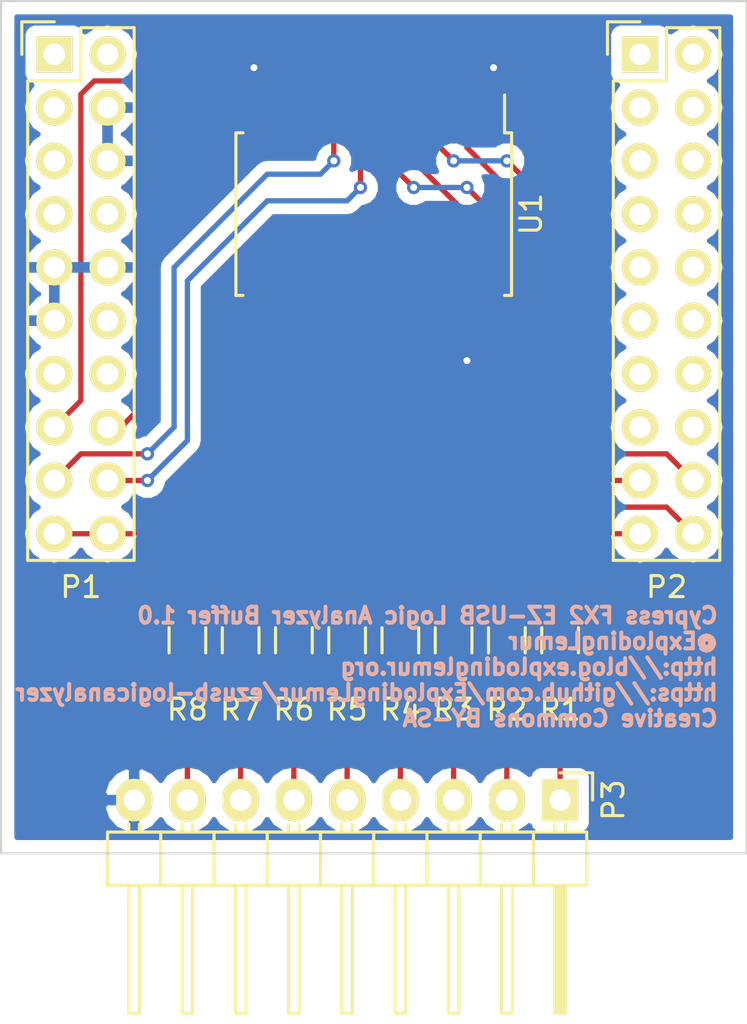
<source format=kicad_pcb>
(kicad_pcb (version 4) (host pcbnew "(2014-08-05 BZR 5054)-product")

  (general
    (links 34)
    (no_connects 0)
    (area 132.048467 85.9418 170.230001 136.608201)
    (thickness 1.6)
    (drawings 5)
    (tracks 111)
    (zones 0)
    (modules 12)
    (nets 52)
  )

  (page A4)
  (layers
    (0 F.Cu signal)
    (31 B.Cu signal)
    (36 B.SilkS user)
    (37 F.SilkS user)
    (38 B.Mask user)
    (39 F.Mask user)
    (44 Edge.Cuts user)
    (45 Margin user)
  )

  (setup
    (last_trace_width 0.254)
    (user_trace_width 0.254)
    (user_trace_width 0.3048)
    (user_trace_width 0.3556)
    (user_trace_width 0.4064)
    (user_trace_width 0.4572)
    (user_trace_width 0.508)
    (user_trace_width 0.635)
    (user_trace_width 0.762)
    (user_trace_width 0.889)
    (user_trace_width 1.016)
    (trace_clearance 0.2032)
    (zone_clearance 0.508)
    (zone_45_only no)
    (trace_min 0.254)
    (segment_width 0.2)
    (edge_width 0.1)
    (via_size 0.635)
    (via_drill 0.3302)
    (via_min_size 0.635)
    (via_min_drill 0.3302)
    (user_via 0.635 0.3302)
    (user_via 0.762 0.4572)
    (uvia_size 0.508)
    (uvia_drill 0.127)
    (uvias_allowed no)
    (uvia_min_size 0.508)
    (uvia_min_drill 0.127)
    (pcb_text_width 0.3)
    (pcb_text_size 1.5 1.5)
    (mod_edge_width 0.15)
    (mod_text_size 1 1)
    (mod_text_width 0.15)
    (pad_size 1.5 1.5)
    (pad_drill 0.6)
    (pad_to_mask_clearance 0)
    (aux_axis_origin 134.62 128.27)
    (visible_elements FFFFFF7F)
    (pcbplotparams
      (layerselection 0x010f0_80000001)
      (usegerberextensions true)
      (excludeedgelayer true)
      (linewidth 0.100000)
      (plotframeref false)
      (viasonmask false)
      (mode 1)
      (useauxorigin false)
      (hpglpennumber 1)
      (hpglpenspeed 20)
      (hpglpendiameter 15)
      (hpglpenoverlay 2)
      (psnegative false)
      (psa4output false)
      (plotreference true)
      (plotvalue true)
      (plotinvisibletext false)
      (padsonsilk false)
      (subtractmaskfromsilk false)
      (outputformat 1)
      (mirror false)
      (drillshape 0)
      (scaleselection 1)
      (outputdirectory gerb/))
  )

  (net 0 "")
  (net 1 "Net-(P1-Pad1)")
  (net 2 "Net-(P1-Pad2)")
  (net 3 "Net-(P1-Pad3)")
  (net 4 GND)
  (net 5 "Net-(P1-Pad5)")
  (net 6 "Net-(P1-Pad7)")
  (net 7 "Net-(P1-Pad8)")
  (net 8 "Net-(P1-Pad12)")
  (net 9 "Net-(P1-Pad13)")
  (net 10 "Net-(P1-Pad14)")
  (net 11 /PB0)
  (net 12 /PB1)
  (net 13 /PB2)
  (net 14 /PB3)
  (net 15 VCC)
  (net 16 "Net-(P2-Pad1)")
  (net 17 "Net-(P2-Pad2)")
  (net 18 "Net-(P2-Pad3)")
  (net 19 "Net-(P2-Pad4)")
  (net 20 "Net-(P2-Pad5)")
  (net 21 "Net-(P2-Pad6)")
  (net 22 "Net-(P2-Pad7)")
  (net 23 "Net-(P2-Pad8)")
  (net 24 "Net-(P2-Pad9)")
  (net 25 "Net-(P2-Pad10)")
  (net 26 "Net-(P2-Pad11)")
  (net 27 "Net-(P2-Pad12)")
  (net 28 "Net-(P2-Pad13)")
  (net 29 "Net-(P2-Pad14)")
  (net 30 "Net-(P2-Pad15)")
  (net 31 "Net-(P2-Pad16)")
  (net 32 /PB7)
  (net 33 /PB6)
  (net 34 /PB5)
  (net 35 /PB4)
  (net 36 "Net-(P3-Pad1)")
  (net 37 "Net-(P3-Pad2)")
  (net 38 "Net-(P3-Pad3)")
  (net 39 "Net-(P3-Pad4)")
  (net 40 "Net-(P3-Pad5)")
  (net 41 "Net-(P3-Pad6)")
  (net 42 "Net-(P3-Pad7)")
  (net 43 "Net-(P3-Pad8)")
  (net 44 "Net-(R1-Pad1)")
  (net 45 "Net-(R2-Pad1)")
  (net 46 "Net-(R3-Pad1)")
  (net 47 "Net-(R4-Pad1)")
  (net 48 "Net-(R5-Pad1)")
  (net 49 "Net-(R6-Pad1)")
  (net 50 "Net-(R7-Pad1)")
  (net 51 "Net-(R8-Pad1)")

  (net_class Default "This is the default net class."
    (clearance 0.2032)
    (trace_width 0.254)
    (via_dia 0.635)
    (via_drill 0.3302)
    (uvia_dia 0.508)
    (uvia_drill 0.127)
    (add_net /PB0)
    (add_net /PB1)
    (add_net /PB2)
    (add_net /PB3)
    (add_net /PB4)
    (add_net /PB5)
    (add_net /PB6)
    (add_net /PB7)
    (add_net GND)
    (add_net "Net-(P1-Pad1)")
    (add_net "Net-(P1-Pad12)")
    (add_net "Net-(P1-Pad13)")
    (add_net "Net-(P1-Pad14)")
    (add_net "Net-(P1-Pad2)")
    (add_net "Net-(P1-Pad3)")
    (add_net "Net-(P1-Pad5)")
    (add_net "Net-(P1-Pad7)")
    (add_net "Net-(P1-Pad8)")
    (add_net "Net-(P2-Pad1)")
    (add_net "Net-(P2-Pad10)")
    (add_net "Net-(P2-Pad11)")
    (add_net "Net-(P2-Pad12)")
    (add_net "Net-(P2-Pad13)")
    (add_net "Net-(P2-Pad14)")
    (add_net "Net-(P2-Pad15)")
    (add_net "Net-(P2-Pad16)")
    (add_net "Net-(P2-Pad2)")
    (add_net "Net-(P2-Pad3)")
    (add_net "Net-(P2-Pad4)")
    (add_net "Net-(P2-Pad5)")
    (add_net "Net-(P2-Pad6)")
    (add_net "Net-(P2-Pad7)")
    (add_net "Net-(P2-Pad8)")
    (add_net "Net-(P2-Pad9)")
    (add_net "Net-(P3-Pad1)")
    (add_net "Net-(P3-Pad2)")
    (add_net "Net-(P3-Pad3)")
    (add_net "Net-(P3-Pad4)")
    (add_net "Net-(P3-Pad5)")
    (add_net "Net-(P3-Pad6)")
    (add_net "Net-(P3-Pad7)")
    (add_net "Net-(P3-Pad8)")
    (add_net "Net-(R1-Pad1)")
    (add_net "Net-(R2-Pad1)")
    (add_net "Net-(R3-Pad1)")
    (add_net "Net-(R4-Pad1)")
    (add_net "Net-(R5-Pad1)")
    (add_net "Net-(R6-Pad1)")
    (add_net "Net-(R7-Pad1)")
    (add_net "Net-(R8-Pad1)")
    (add_net VCC)
  )

  (module Pin_Headers:Pin_Header_Straight_2x10 (layer F.Cu) (tedit 55725994) (tstamp 553464AD)
    (at 137.16 90.17)
    (descr "Through hole pin header")
    (tags "pin header")
    (path /551F8B16)
    (fp_text reference P1 (at 1.27 25.4) (layer F.SilkS)
      (effects (font (size 1 1) (thickness 0.15)))
    )
    (fp_text value CONN_02X10 (at 0 -3.1) (layer F.Fab) hide
      (effects (font (size 1 1) (thickness 0.15)))
    )
    (fp_line (start -1.75 -1.75) (end -1.75 24.65) (layer F.CrtYd) (width 0.05))
    (fp_line (start 4.3 -1.75) (end 4.3 24.65) (layer F.CrtYd) (width 0.05))
    (fp_line (start -1.75 -1.75) (end 4.3 -1.75) (layer F.CrtYd) (width 0.05))
    (fp_line (start -1.75 24.65) (end 4.3 24.65) (layer F.CrtYd) (width 0.05))
    (fp_line (start 3.81 24.13) (end 3.81 -1.27) (layer F.SilkS) (width 0.15))
    (fp_line (start -1.27 1.27) (end -1.27 24.13) (layer F.SilkS) (width 0.15))
    (fp_line (start 3.81 24.13) (end -1.27 24.13) (layer F.SilkS) (width 0.15))
    (fp_line (start 3.81 -1.27) (end 1.27 -1.27) (layer F.SilkS) (width 0.15))
    (fp_line (start 0 -1.55) (end -1.55 -1.55) (layer F.SilkS) (width 0.15))
    (fp_line (start 1.27 -1.27) (end 1.27 1.27) (layer F.SilkS) (width 0.15))
    (fp_line (start 1.27 1.27) (end -1.27 1.27) (layer F.SilkS) (width 0.15))
    (fp_line (start -1.55 -1.55) (end -1.55 0) (layer F.SilkS) (width 0.15))
    (pad 1 thru_hole rect (at 0 0) (size 1.7272 1.7272) (drill 1.016) (layers *.Cu *.Mask F.SilkS)
      (net 1 "Net-(P1-Pad1)"))
    (pad 2 thru_hole oval (at 2.54 0) (size 1.7272 1.7272) (drill 1.016) (layers *.Cu *.Mask F.SilkS)
      (net 2 "Net-(P1-Pad2)"))
    (pad 3 thru_hole oval (at 0 2.54) (size 1.7272 1.7272) (drill 1.016) (layers *.Cu *.Mask F.SilkS)
      (net 3 "Net-(P1-Pad3)"))
    (pad 4 thru_hole oval (at 2.54 2.54) (size 1.7272 1.7272) (drill 1.016) (layers *.Cu *.Mask F.SilkS)
      (net 4 GND))
    (pad 5 thru_hole oval (at 0 5.08) (size 1.7272 1.7272) (drill 1.016) (layers *.Cu *.Mask F.SilkS)
      (net 5 "Net-(P1-Pad5)"))
    (pad 6 thru_hole oval (at 2.54 5.08) (size 1.7272 1.7272) (drill 1.016) (layers *.Cu *.Mask F.SilkS)
      (net 4 GND))
    (pad 7 thru_hole oval (at 0 7.62) (size 1.7272 1.7272) (drill 1.016) (layers *.Cu *.Mask F.SilkS)
      (net 6 "Net-(P1-Pad7)"))
    (pad 8 thru_hole oval (at 2.54 7.62) (size 1.7272 1.7272) (drill 1.016) (layers *.Cu *.Mask F.SilkS)
      (net 7 "Net-(P1-Pad8)"))
    (pad 9 thru_hole oval (at 0 10.16) (size 1.7272 1.7272) (drill 1.016) (layers *.Cu *.Mask F.SilkS)
      (net 4 GND))
    (pad 10 thru_hole oval (at 2.54 10.16) (size 1.7272 1.7272) (drill 1.016) (layers *.Cu *.Mask F.SilkS)
      (net 4 GND))
    (pad 11 thru_hole oval (at 0 12.7) (size 1.7272 1.7272) (drill 1.016) (layers *.Cu *.Mask F.SilkS)
      (net 4 GND))
    (pad 12 thru_hole oval (at 2.54 12.7) (size 1.7272 1.7272) (drill 1.016) (layers *.Cu *.Mask F.SilkS)
      (net 8 "Net-(P1-Pad12)"))
    (pad 13 thru_hole oval (at 0 15.24) (size 1.7272 1.7272) (drill 1.016) (layers *.Cu *.Mask F.SilkS)
      (net 9 "Net-(P1-Pad13)"))
    (pad 14 thru_hole oval (at 2.54 15.24) (size 1.7272 1.7272) (drill 1.016) (layers *.Cu *.Mask F.SilkS)
      (net 10 "Net-(P1-Pad14)"))
    (pad 15 thru_hole oval (at 0 17.78) (size 1.7272 1.7272) (drill 1.016) (layers *.Cu *.Mask F.SilkS)
      (net 11 /PB0))
    (pad 16 thru_hole oval (at 2.54 17.78) (size 1.7272 1.7272) (drill 1.016) (layers *.Cu *.Mask F.SilkS)
      (net 12 /PB1))
    (pad 17 thru_hole oval (at 0 20.32) (size 1.7272 1.7272) (drill 1.016) (layers *.Cu *.Mask F.SilkS)
      (net 13 /PB2))
    (pad 18 thru_hole oval (at 2.54 20.32) (size 1.7272 1.7272) (drill 1.016) (layers *.Cu *.Mask F.SilkS)
      (net 14 /PB3))
    (pad 19 thru_hole oval (at 0 22.86) (size 1.7272 1.7272) (drill 1.016) (layers *.Cu *.Mask F.SilkS)
      (net 15 VCC))
    (pad 20 thru_hole oval (at 2.54 22.86) (size 1.7272 1.7272) (drill 1.016) (layers *.Cu *.Mask F.SilkS)
      (net 15 VCC))
    (model Pin_Headers.3dshapes/Pin_Header_Straight_2x10.wrl
      (at (xyz 0.05000000074505806 -0.449999988079071 0))
      (scale (xyz 1 1 1))
      (rotate (xyz 0 0 90))
    )
  )

  (module Pin_Headers:Pin_Header_Straight_2x10 (layer F.Cu) (tedit 55725988) (tstamp 553464D1)
    (at 165.1 90.17)
    (descr "Through hole pin header")
    (tags "pin header")
    (path /551F8BDD)
    (fp_text reference P2 (at 1.27 25.4) (layer F.SilkS)
      (effects (font (size 1 1) (thickness 0.15)))
    )
    (fp_text value CONN_02X10 (at 0 -3.1) (layer F.Fab) hide
      (effects (font (size 1 1) (thickness 0.15)))
    )
    (fp_line (start -1.75 -1.75) (end -1.75 24.65) (layer F.CrtYd) (width 0.05))
    (fp_line (start 4.3 -1.75) (end 4.3 24.65) (layer F.CrtYd) (width 0.05))
    (fp_line (start -1.75 -1.75) (end 4.3 -1.75) (layer F.CrtYd) (width 0.05))
    (fp_line (start -1.75 24.65) (end 4.3 24.65) (layer F.CrtYd) (width 0.05))
    (fp_line (start 3.81 24.13) (end 3.81 -1.27) (layer F.SilkS) (width 0.15))
    (fp_line (start -1.27 1.27) (end -1.27 24.13) (layer F.SilkS) (width 0.15))
    (fp_line (start 3.81 24.13) (end -1.27 24.13) (layer F.SilkS) (width 0.15))
    (fp_line (start 3.81 -1.27) (end 1.27 -1.27) (layer F.SilkS) (width 0.15))
    (fp_line (start 0 -1.55) (end -1.55 -1.55) (layer F.SilkS) (width 0.15))
    (fp_line (start 1.27 -1.27) (end 1.27 1.27) (layer F.SilkS) (width 0.15))
    (fp_line (start 1.27 1.27) (end -1.27 1.27) (layer F.SilkS) (width 0.15))
    (fp_line (start -1.55 -1.55) (end -1.55 0) (layer F.SilkS) (width 0.15))
    (pad 1 thru_hole rect (at 0 0) (size 1.7272 1.7272) (drill 1.016) (layers *.Cu *.Mask F.SilkS)
      (net 16 "Net-(P2-Pad1)"))
    (pad 2 thru_hole oval (at 2.54 0) (size 1.7272 1.7272) (drill 1.016) (layers *.Cu *.Mask F.SilkS)
      (net 17 "Net-(P2-Pad2)"))
    (pad 3 thru_hole oval (at 0 2.54) (size 1.7272 1.7272) (drill 1.016) (layers *.Cu *.Mask F.SilkS)
      (net 18 "Net-(P2-Pad3)"))
    (pad 4 thru_hole oval (at 2.54 2.54) (size 1.7272 1.7272) (drill 1.016) (layers *.Cu *.Mask F.SilkS)
      (net 19 "Net-(P2-Pad4)"))
    (pad 5 thru_hole oval (at 0 5.08) (size 1.7272 1.7272) (drill 1.016) (layers *.Cu *.Mask F.SilkS)
      (net 20 "Net-(P2-Pad5)"))
    (pad 6 thru_hole oval (at 2.54 5.08) (size 1.7272 1.7272) (drill 1.016) (layers *.Cu *.Mask F.SilkS)
      (net 21 "Net-(P2-Pad6)"))
    (pad 7 thru_hole oval (at 0 7.62) (size 1.7272 1.7272) (drill 1.016) (layers *.Cu *.Mask F.SilkS)
      (net 22 "Net-(P2-Pad7)"))
    (pad 8 thru_hole oval (at 2.54 7.62) (size 1.7272 1.7272) (drill 1.016) (layers *.Cu *.Mask F.SilkS)
      (net 23 "Net-(P2-Pad8)"))
    (pad 9 thru_hole oval (at 0 10.16) (size 1.7272 1.7272) (drill 1.016) (layers *.Cu *.Mask F.SilkS)
      (net 24 "Net-(P2-Pad9)"))
    (pad 10 thru_hole oval (at 2.54 10.16) (size 1.7272 1.7272) (drill 1.016) (layers *.Cu *.Mask F.SilkS)
      (net 25 "Net-(P2-Pad10)"))
    (pad 11 thru_hole oval (at 0 12.7) (size 1.7272 1.7272) (drill 1.016) (layers *.Cu *.Mask F.SilkS)
      (net 26 "Net-(P2-Pad11)"))
    (pad 12 thru_hole oval (at 2.54 12.7) (size 1.7272 1.7272) (drill 1.016) (layers *.Cu *.Mask F.SilkS)
      (net 27 "Net-(P2-Pad12)"))
    (pad 13 thru_hole oval (at 0 15.24) (size 1.7272 1.7272) (drill 1.016) (layers *.Cu *.Mask F.SilkS)
      (net 28 "Net-(P2-Pad13)"))
    (pad 14 thru_hole oval (at 2.54 15.24) (size 1.7272 1.7272) (drill 1.016) (layers *.Cu *.Mask F.SilkS)
      (net 29 "Net-(P2-Pad14)"))
    (pad 15 thru_hole oval (at 0 17.78) (size 1.7272 1.7272) (drill 1.016) (layers *.Cu *.Mask F.SilkS)
      (net 30 "Net-(P2-Pad15)"))
    (pad 16 thru_hole oval (at 2.54 17.78) (size 1.7272 1.7272) (drill 1.016) (layers *.Cu *.Mask F.SilkS)
      (net 31 "Net-(P2-Pad16)"))
    (pad 17 thru_hole oval (at 0 20.32) (size 1.7272 1.7272) (drill 1.016) (layers *.Cu *.Mask F.SilkS)
      (net 32 /PB7))
    (pad 18 thru_hole oval (at 2.54 20.32) (size 1.7272 1.7272) (drill 1.016) (layers *.Cu *.Mask F.SilkS)
      (net 33 /PB6))
    (pad 19 thru_hole oval (at 0 22.86) (size 1.7272 1.7272) (drill 1.016) (layers *.Cu *.Mask F.SilkS)
      (net 34 /PB5))
    (pad 20 thru_hole oval (at 2.54 22.86) (size 1.7272 1.7272) (drill 1.016) (layers *.Cu *.Mask F.SilkS)
      (net 35 /PB4))
    (model Pin_Headers.3dshapes/Pin_Header_Straight_2x10.wrl
      (at (xyz 0.05000000074505806 -0.449999988079071 0))
      (scale (xyz 1 1 1))
      (rotate (xyz 0 0 90))
    )
  )

  (module Pin_Headers:Pin_Header_Angled_1x09 (layer F.Cu) (tedit 55725978) (tstamp 5534653A)
    (at 161.29 125.73 270)
    (descr "Through hole pin header")
    (tags "pin header")
    (path /5520DF92)
    (fp_text reference P3 (at 0 -2.54 270) (layer F.SilkS)
      (effects (font (size 1 1) (thickness 0.15)))
    )
    (fp_text value CONN_01X09 (at 0 -3.1 270) (layer F.Fab) hide
      (effects (font (size 1 1) (thickness 0.15)))
    )
    (fp_line (start -1.5 -1.75) (end -1.5 22.1) (layer F.CrtYd) (width 0.05))
    (fp_line (start 10.65 -1.75) (end 10.65 22.1) (layer F.CrtYd) (width 0.05))
    (fp_line (start -1.5 -1.75) (end 10.65 -1.75) (layer F.CrtYd) (width 0.05))
    (fp_line (start -1.5 22.1) (end 10.65 22.1) (layer F.CrtYd) (width 0.05))
    (fp_line (start -1.3 -1.55) (end -1.3 0) (layer F.SilkS) (width 0.15))
    (fp_line (start 0 -1.55) (end -1.3 -1.55) (layer F.SilkS) (width 0.15))
    (fp_line (start 4.191 -0.127) (end 10.033 -0.127) (layer F.SilkS) (width 0.15))
    (fp_line (start 10.033 -0.127) (end 10.033 0.127) (layer F.SilkS) (width 0.15))
    (fp_line (start 10.033 0.127) (end 4.191 0.127) (layer F.SilkS) (width 0.15))
    (fp_line (start 4.191 0.127) (end 4.191 0) (layer F.SilkS) (width 0.15))
    (fp_line (start 4.191 0) (end 10.033 0) (layer F.SilkS) (width 0.15))
    (fp_line (start 1.524 20.066) (end 1.143 20.066) (layer F.SilkS) (width 0.15))
    (fp_line (start 1.524 20.574) (end 1.143 20.574) (layer F.SilkS) (width 0.15))
    (fp_line (start 1.524 -0.254) (end 1.143 -0.254) (layer F.SilkS) (width 0.15))
    (fp_line (start 1.524 0.254) (end 1.143 0.254) (layer F.SilkS) (width 0.15))
    (fp_line (start 1.524 2.286) (end 1.143 2.286) (layer F.SilkS) (width 0.15))
    (fp_line (start 1.524 2.794) (end 1.143 2.794) (layer F.SilkS) (width 0.15))
    (fp_line (start 1.524 4.826) (end 1.143 4.826) (layer F.SilkS) (width 0.15))
    (fp_line (start 1.524 5.334) (end 1.143 5.334) (layer F.SilkS) (width 0.15))
    (fp_line (start 1.524 7.366) (end 1.143 7.366) (layer F.SilkS) (width 0.15))
    (fp_line (start 1.524 7.874) (end 1.143 7.874) (layer F.SilkS) (width 0.15))
    (fp_line (start 1.524 18.034) (end 1.143 18.034) (layer F.SilkS) (width 0.15))
    (fp_line (start 1.524 17.526) (end 1.143 17.526) (layer F.SilkS) (width 0.15))
    (fp_line (start 1.524 15.494) (end 1.143 15.494) (layer F.SilkS) (width 0.15))
    (fp_line (start 1.524 14.986) (end 1.143 14.986) (layer F.SilkS) (width 0.15))
    (fp_line (start 1.524 12.954) (end 1.143 12.954) (layer F.SilkS) (width 0.15))
    (fp_line (start 1.524 12.446) (end 1.143 12.446) (layer F.SilkS) (width 0.15))
    (fp_line (start 1.524 10.414) (end 1.143 10.414) (layer F.SilkS) (width 0.15))
    (fp_line (start 1.524 9.906) (end 1.143 9.906) (layer F.SilkS) (width 0.15))
    (fp_line (start 1.524 16.51) (end 4.064 16.51) (layer F.SilkS) (width 0.15))
    (fp_line (start 1.524 16.51) (end 1.524 19.05) (layer F.SilkS) (width 0.15))
    (fp_line (start 1.524 19.05) (end 4.064 19.05) (layer F.SilkS) (width 0.15))
    (fp_line (start 4.064 17.526) (end 10.16 17.526) (layer F.SilkS) (width 0.15))
    (fp_line (start 10.16 17.526) (end 10.16 18.034) (layer F.SilkS) (width 0.15))
    (fp_line (start 10.16 18.034) (end 4.064 18.034) (layer F.SilkS) (width 0.15))
    (fp_line (start 4.064 19.05) (end 4.064 16.51) (layer F.SilkS) (width 0.15))
    (fp_line (start 4.064 21.59) (end 4.064 19.05) (layer F.SilkS) (width 0.15))
    (fp_line (start 10.16 20.574) (end 4.064 20.574) (layer F.SilkS) (width 0.15))
    (fp_line (start 10.16 20.066) (end 10.16 20.574) (layer F.SilkS) (width 0.15))
    (fp_line (start 4.064 20.066) (end 10.16 20.066) (layer F.SilkS) (width 0.15))
    (fp_line (start 1.524 19.05) (end 1.524 21.59) (layer F.SilkS) (width 0.15))
    (fp_line (start 1.524 19.05) (end 4.064 19.05) (layer F.SilkS) (width 0.15))
    (fp_line (start 1.524 21.59) (end 4.064 21.59) (layer F.SilkS) (width 0.15))
    (fp_line (start 4.064 1.27) (end 4.064 -1.27) (layer F.SilkS) (width 0.15))
    (fp_line (start 10.16 0.254) (end 4.064 0.254) (layer F.SilkS) (width 0.15))
    (fp_line (start 10.16 -0.254) (end 10.16 0.254) (layer F.SilkS) (width 0.15))
    (fp_line (start 4.064 -0.254) (end 10.16 -0.254) (layer F.SilkS) (width 0.15))
    (fp_line (start 1.524 1.27) (end 4.064 1.27) (layer F.SilkS) (width 0.15))
    (fp_line (start 1.524 -1.27) (end 1.524 1.27) (layer F.SilkS) (width 0.15))
    (fp_line (start 1.524 -1.27) (end 4.064 -1.27) (layer F.SilkS) (width 0.15))
    (fp_line (start 1.524 3.81) (end 4.064 3.81) (layer F.SilkS) (width 0.15))
    (fp_line (start 1.524 3.81) (end 1.524 6.35) (layer F.SilkS) (width 0.15))
    (fp_line (start 1.524 6.35) (end 4.064 6.35) (layer F.SilkS) (width 0.15))
    (fp_line (start 4.064 4.826) (end 10.16 4.826) (layer F.SilkS) (width 0.15))
    (fp_line (start 10.16 4.826) (end 10.16 5.334) (layer F.SilkS) (width 0.15))
    (fp_line (start 10.16 5.334) (end 4.064 5.334) (layer F.SilkS) (width 0.15))
    (fp_line (start 4.064 6.35) (end 4.064 3.81) (layer F.SilkS) (width 0.15))
    (fp_line (start 4.064 3.81) (end 4.064 1.27) (layer F.SilkS) (width 0.15))
    (fp_line (start 10.16 2.794) (end 4.064 2.794) (layer F.SilkS) (width 0.15))
    (fp_line (start 10.16 2.286) (end 10.16 2.794) (layer F.SilkS) (width 0.15))
    (fp_line (start 4.064 2.286) (end 10.16 2.286) (layer F.SilkS) (width 0.15))
    (fp_line (start 1.524 3.81) (end 4.064 3.81) (layer F.SilkS) (width 0.15))
    (fp_line (start 1.524 1.27) (end 1.524 3.81) (layer F.SilkS) (width 0.15))
    (fp_line (start 1.524 1.27) (end 4.064 1.27) (layer F.SilkS) (width 0.15))
    (fp_line (start 1.524 11.43) (end 4.064 11.43) (layer F.SilkS) (width 0.15))
    (fp_line (start 1.524 11.43) (end 1.524 13.97) (layer F.SilkS) (width 0.15))
    (fp_line (start 1.524 13.97) (end 4.064 13.97) (layer F.SilkS) (width 0.15))
    (fp_line (start 4.064 12.446) (end 10.16 12.446) (layer F.SilkS) (width 0.15))
    (fp_line (start 10.16 12.446) (end 10.16 12.954) (layer F.SilkS) (width 0.15))
    (fp_line (start 10.16 12.954) (end 4.064 12.954) (layer F.SilkS) (width 0.15))
    (fp_line (start 4.064 13.97) (end 4.064 11.43) (layer F.SilkS) (width 0.15))
    (fp_line (start 4.064 16.51) (end 4.064 13.97) (layer F.SilkS) (width 0.15))
    (fp_line (start 10.16 15.494) (end 4.064 15.494) (layer F.SilkS) (width 0.15))
    (fp_line (start 10.16 14.986) (end 10.16 15.494) (layer F.SilkS) (width 0.15))
    (fp_line (start 4.064 14.986) (end 10.16 14.986) (layer F.SilkS) (width 0.15))
    (fp_line (start 1.524 16.51) (end 4.064 16.51) (layer F.SilkS) (width 0.15))
    (fp_line (start 1.524 13.97) (end 1.524 16.51) (layer F.SilkS) (width 0.15))
    (fp_line (start 1.524 13.97) (end 4.064 13.97) (layer F.SilkS) (width 0.15))
    (fp_line (start 1.524 8.89) (end 4.064 8.89) (layer F.SilkS) (width 0.15))
    (fp_line (start 1.524 8.89) (end 1.524 11.43) (layer F.SilkS) (width 0.15))
    (fp_line (start 1.524 11.43) (end 4.064 11.43) (layer F.SilkS) (width 0.15))
    (fp_line (start 4.064 9.906) (end 10.16 9.906) (layer F.SilkS) (width 0.15))
    (fp_line (start 10.16 9.906) (end 10.16 10.414) (layer F.SilkS) (width 0.15))
    (fp_line (start 10.16 10.414) (end 4.064 10.414) (layer F.SilkS) (width 0.15))
    (fp_line (start 4.064 11.43) (end 4.064 8.89) (layer F.SilkS) (width 0.15))
    (fp_line (start 4.064 8.89) (end 4.064 6.35) (layer F.SilkS) (width 0.15))
    (fp_line (start 10.16 7.874) (end 4.064 7.874) (layer F.SilkS) (width 0.15))
    (fp_line (start 10.16 7.366) (end 10.16 7.874) (layer F.SilkS) (width 0.15))
    (fp_line (start 4.064 7.366) (end 10.16 7.366) (layer F.SilkS) (width 0.15))
    (fp_line (start 1.524 8.89) (end 4.064 8.89) (layer F.SilkS) (width 0.15))
    (fp_line (start 1.524 6.35) (end 1.524 8.89) (layer F.SilkS) (width 0.15))
    (fp_line (start 1.524 6.35) (end 4.064 6.35) (layer F.SilkS) (width 0.15))
    (pad 1 thru_hole rect (at 0 0 270) (size 2.032 1.7272) (drill 1.016) (layers *.Cu *.Mask F.SilkS)
      (net 36 "Net-(P3-Pad1)"))
    (pad 2 thru_hole oval (at 0 2.54 270) (size 2.032 1.7272) (drill 1.016) (layers *.Cu *.Mask F.SilkS)
      (net 37 "Net-(P3-Pad2)"))
    (pad 3 thru_hole oval (at 0 5.08 270) (size 2.032 1.7272) (drill 1.016) (layers *.Cu *.Mask F.SilkS)
      (net 38 "Net-(P3-Pad3)"))
    (pad 4 thru_hole oval (at 0 7.62 270) (size 2.032 1.7272) (drill 1.016) (layers *.Cu *.Mask F.SilkS)
      (net 39 "Net-(P3-Pad4)"))
    (pad 5 thru_hole oval (at 0 10.16 270) (size 2.032 1.7272) (drill 1.016) (layers *.Cu *.Mask F.SilkS)
      (net 40 "Net-(P3-Pad5)"))
    (pad 6 thru_hole oval (at 0 12.7 270) (size 2.032 1.7272) (drill 1.016) (layers *.Cu *.Mask F.SilkS)
      (net 41 "Net-(P3-Pad6)"))
    (pad 7 thru_hole oval (at 0 15.24 270) (size 2.032 1.7272) (drill 1.016) (layers *.Cu *.Mask F.SilkS)
      (net 42 "Net-(P3-Pad7)"))
    (pad 8 thru_hole oval (at 0 17.78 270) (size 2.032 1.7272) (drill 1.016) (layers *.Cu *.Mask F.SilkS)
      (net 43 "Net-(P3-Pad8)"))
    (pad 9 thru_hole oval (at 0 20.32 270) (size 2.032 1.7272) (drill 1.016) (layers *.Cu *.Mask F.SilkS)
      (net 4 GND))
    (model Pin_Headers.3dshapes/Pin_Header_Angled_1x09.wrl
      (at (xyz 0 -0.4000000059604645 0))
      (scale (xyz 1 1 1))
      (rotate (xyz 0 0 90))
    )
  )

  (module Resistors_SMD:R_0805_HandSoldering (layer F.Cu) (tedit 55725A55) (tstamp 5572456C)
    (at 161.29 118.11 270)
    (descr "Resistor SMD 0805, hand soldering")
    (tags "resistor 0805")
    (path /551F8F27)
    (attr smd)
    (fp_text reference R1 (at 3.302 0 360) (layer F.SilkS)
      (effects (font (size 1 1) (thickness 0.15)))
    )
    (fp_text value 100 (at 0 2.1 270) (layer F.Fab) hide
      (effects (font (size 1 1) (thickness 0.15)))
    )
    (fp_line (start -2.4 -1) (end 2.4 -1) (layer F.CrtYd) (width 0.05))
    (fp_line (start -2.4 1) (end 2.4 1) (layer F.CrtYd) (width 0.05))
    (fp_line (start -2.4 -1) (end -2.4 1) (layer F.CrtYd) (width 0.05))
    (fp_line (start 2.4 -1) (end 2.4 1) (layer F.CrtYd) (width 0.05))
    (fp_line (start 0.6 0.875) (end -0.6 0.875) (layer F.SilkS) (width 0.15))
    (fp_line (start -0.6 -0.875) (end 0.6 -0.875) (layer F.SilkS) (width 0.15))
    (pad 1 smd rect (at -1.35 0 270) (size 1.5 1.3) (layers F.Cu F.Mask)
      (net 44 "Net-(R1-Pad1)"))
    (pad 2 smd rect (at 1.35 0 270) (size 1.5 1.3) (layers F.Cu F.Mask)
      (net 36 "Net-(P3-Pad1)"))
    (model Resistors_SMD.3dshapes/R_0805_HandSoldering.wrl
      (at (xyz 0 0 0))
      (scale (xyz 1 1 1))
      (rotate (xyz 0 0 0))
    )
  )

  (module Resistors_SMD:R_0805_HandSoldering (layer F.Cu) (tedit 55725A4E) (tstamp 55346552)
    (at 158.75 118.11 270)
    (descr "Resistor SMD 0805, hand soldering")
    (tags "resistor 0805")
    (path /551F8F90)
    (attr smd)
    (fp_text reference R2 (at 3.302 0 360) (layer F.SilkS)
      (effects (font (size 1 1) (thickness 0.15)))
    )
    (fp_text value 100 (at 0 2.1 270) (layer F.Fab) hide
      (effects (font (size 1 1) (thickness 0.15)))
    )
    (fp_line (start -2.4 -1) (end 2.4 -1) (layer F.CrtYd) (width 0.05))
    (fp_line (start -2.4 1) (end 2.4 1) (layer F.CrtYd) (width 0.05))
    (fp_line (start -2.4 -1) (end -2.4 1) (layer F.CrtYd) (width 0.05))
    (fp_line (start 2.4 -1) (end 2.4 1) (layer F.CrtYd) (width 0.05))
    (fp_line (start 0.6 0.875) (end -0.6 0.875) (layer F.SilkS) (width 0.15))
    (fp_line (start -0.6 -0.875) (end 0.6 -0.875) (layer F.SilkS) (width 0.15))
    (pad 1 smd rect (at -1.35 0 270) (size 1.5 1.3) (layers F.Cu F.Mask)
      (net 45 "Net-(R2-Pad1)"))
    (pad 2 smd rect (at 1.35 0 270) (size 1.5 1.3) (layers F.Cu F.Mask)
      (net 37 "Net-(P3-Pad2)"))
    (model Resistors_SMD.3dshapes/R_0805_HandSoldering.wrl
      (at (xyz 0 0 0))
      (scale (xyz 1 1 1))
      (rotate (xyz 0 0 0))
    )
  )

  (module Resistors_SMD:R_0805_HandSoldering (layer F.Cu) (tedit 55725A46) (tstamp 5534655E)
    (at 156.21 118.11 270)
    (descr "Resistor SMD 0805, hand soldering")
    (tags "resistor 0805")
    (path /551F8FE7)
    (attr smd)
    (fp_text reference R3 (at 3.302 0 360) (layer F.SilkS)
      (effects (font (size 1 1) (thickness 0.15)))
    )
    (fp_text value 100 (at 0 2.1 270) (layer F.Fab) hide
      (effects (font (size 1 1) (thickness 0.15)))
    )
    (fp_line (start -2.4 -1) (end 2.4 -1) (layer F.CrtYd) (width 0.05))
    (fp_line (start -2.4 1) (end 2.4 1) (layer F.CrtYd) (width 0.05))
    (fp_line (start -2.4 -1) (end -2.4 1) (layer F.CrtYd) (width 0.05))
    (fp_line (start 2.4 -1) (end 2.4 1) (layer F.CrtYd) (width 0.05))
    (fp_line (start 0.6 0.875) (end -0.6 0.875) (layer F.SilkS) (width 0.15))
    (fp_line (start -0.6 -0.875) (end 0.6 -0.875) (layer F.SilkS) (width 0.15))
    (pad 1 smd rect (at -1.35 0 270) (size 1.5 1.3) (layers F.Cu F.Mask)
      (net 46 "Net-(R3-Pad1)"))
    (pad 2 smd rect (at 1.35 0 270) (size 1.5 1.3) (layers F.Cu F.Mask)
      (net 38 "Net-(P3-Pad3)"))
    (model Resistors_SMD.3dshapes/R_0805_HandSoldering.wrl
      (at (xyz 0 0 0))
      (scale (xyz 1 1 1))
      (rotate (xyz 0 0 0))
    )
  )

  (module Resistors_SMD:R_0805_HandSoldering (layer F.Cu) (tedit 55725A3E) (tstamp 5534656A)
    (at 153.67 118.11 270)
    (descr "Resistor SMD 0805, hand soldering")
    (tags "resistor 0805")
    (path /551F9032)
    (attr smd)
    (fp_text reference R4 (at 3.302 0 360) (layer F.SilkS)
      (effects (font (size 1 1) (thickness 0.15)))
    )
    (fp_text value 100 (at 0 2.1 270) (layer F.Fab) hide
      (effects (font (size 1 1) (thickness 0.15)))
    )
    (fp_line (start -2.4 -1) (end 2.4 -1) (layer F.CrtYd) (width 0.05))
    (fp_line (start -2.4 1) (end 2.4 1) (layer F.CrtYd) (width 0.05))
    (fp_line (start -2.4 -1) (end -2.4 1) (layer F.CrtYd) (width 0.05))
    (fp_line (start 2.4 -1) (end 2.4 1) (layer F.CrtYd) (width 0.05))
    (fp_line (start 0.6 0.875) (end -0.6 0.875) (layer F.SilkS) (width 0.15))
    (fp_line (start -0.6 -0.875) (end 0.6 -0.875) (layer F.SilkS) (width 0.15))
    (pad 1 smd rect (at -1.35 0 270) (size 1.5 1.3) (layers F.Cu F.Mask)
      (net 47 "Net-(R4-Pad1)"))
    (pad 2 smd rect (at 1.35 0 270) (size 1.5 1.3) (layers F.Cu F.Mask)
      (net 39 "Net-(P3-Pad4)"))
    (model Resistors_SMD.3dshapes/R_0805_HandSoldering.wrl
      (at (xyz 0 0 0))
      (scale (xyz 1 1 1))
      (rotate (xyz 0 0 0))
    )
  )

  (module Resistors_SMD:R_0805_HandSoldering (layer F.Cu) (tedit 55725A36) (tstamp 55346576)
    (at 151.13 118.11 270)
    (descr "Resistor SMD 0805, hand soldering")
    (tags "resistor 0805")
    (path /551F9077)
    (attr smd)
    (fp_text reference R5 (at 3.302 0 360) (layer F.SilkS)
      (effects (font (size 1 1) (thickness 0.15)))
    )
    (fp_text value 100 (at 0 2.1 270) (layer F.Fab) hide
      (effects (font (size 1 1) (thickness 0.15)))
    )
    (fp_line (start -2.4 -1) (end 2.4 -1) (layer F.CrtYd) (width 0.05))
    (fp_line (start -2.4 1) (end 2.4 1) (layer F.CrtYd) (width 0.05))
    (fp_line (start -2.4 -1) (end -2.4 1) (layer F.CrtYd) (width 0.05))
    (fp_line (start 2.4 -1) (end 2.4 1) (layer F.CrtYd) (width 0.05))
    (fp_line (start 0.6 0.875) (end -0.6 0.875) (layer F.SilkS) (width 0.15))
    (fp_line (start -0.6 -0.875) (end 0.6 -0.875) (layer F.SilkS) (width 0.15))
    (pad 1 smd rect (at -1.35 0 270) (size 1.5 1.3) (layers F.Cu F.Mask)
      (net 48 "Net-(R5-Pad1)"))
    (pad 2 smd rect (at 1.35 0 270) (size 1.5 1.3) (layers F.Cu F.Mask)
      (net 40 "Net-(P3-Pad5)"))
    (model Resistors_SMD.3dshapes/R_0805_HandSoldering.wrl
      (at (xyz 0 0 0))
      (scale (xyz 1 1 1))
      (rotate (xyz 0 0 0))
    )
  )

  (module Resistors_SMD:R_0805_HandSoldering (layer F.Cu) (tedit 55725A2A) (tstamp 55346582)
    (at 148.59 118.11 270)
    (descr "Resistor SMD 0805, hand soldering")
    (tags "resistor 0805")
    (path /551F90CA)
    (attr smd)
    (fp_text reference R6 (at 3.302 0 360) (layer F.SilkS)
      (effects (font (size 1 1) (thickness 0.15)))
    )
    (fp_text value 100 (at 0 2.1 270) (layer F.Fab) hide
      (effects (font (size 1 1) (thickness 0.15)))
    )
    (fp_line (start -2.4 -1) (end 2.4 -1) (layer F.CrtYd) (width 0.05))
    (fp_line (start -2.4 1) (end 2.4 1) (layer F.CrtYd) (width 0.05))
    (fp_line (start -2.4 -1) (end -2.4 1) (layer F.CrtYd) (width 0.05))
    (fp_line (start 2.4 -1) (end 2.4 1) (layer F.CrtYd) (width 0.05))
    (fp_line (start 0.6 0.875) (end -0.6 0.875) (layer F.SilkS) (width 0.15))
    (fp_line (start -0.6 -0.875) (end 0.6 -0.875) (layer F.SilkS) (width 0.15))
    (pad 1 smd rect (at -1.35 0 270) (size 1.5 1.3) (layers F.Cu F.Mask)
      (net 49 "Net-(R6-Pad1)"))
    (pad 2 smd rect (at 1.35 0 270) (size 1.5 1.3) (layers F.Cu F.Mask)
      (net 41 "Net-(P3-Pad6)"))
    (model Resistors_SMD.3dshapes/R_0805_HandSoldering.wrl
      (at (xyz 0 0 0))
      (scale (xyz 1 1 1))
      (rotate (xyz 0 0 0))
    )
  )

  (module Resistors_SMD:R_0805_HandSoldering (layer F.Cu) (tedit 55725A1E) (tstamp 5534658E)
    (at 146.05 118.11 270)
    (descr "Resistor SMD 0805, hand soldering")
    (tags "resistor 0805")
    (path /551F9117)
    (attr smd)
    (fp_text reference R7 (at 3.302 0 360) (layer F.SilkS)
      (effects (font (size 1 1) (thickness 0.15)))
    )
    (fp_text value 100 (at 0 2.1 270) (layer F.Fab) hide
      (effects (font (size 1 1) (thickness 0.15)))
    )
    (fp_line (start -2.4 -1) (end 2.4 -1) (layer F.CrtYd) (width 0.05))
    (fp_line (start -2.4 1) (end 2.4 1) (layer F.CrtYd) (width 0.05))
    (fp_line (start -2.4 -1) (end -2.4 1) (layer F.CrtYd) (width 0.05))
    (fp_line (start 2.4 -1) (end 2.4 1) (layer F.CrtYd) (width 0.05))
    (fp_line (start 0.6 0.875) (end -0.6 0.875) (layer F.SilkS) (width 0.15))
    (fp_line (start -0.6 -0.875) (end 0.6 -0.875) (layer F.SilkS) (width 0.15))
    (pad 1 smd rect (at -1.35 0 270) (size 1.5 1.3) (layers F.Cu F.Mask)
      (net 50 "Net-(R7-Pad1)"))
    (pad 2 smd rect (at 1.35 0 270) (size 1.5 1.3) (layers F.Cu F.Mask)
      (net 42 "Net-(P3-Pad7)"))
    (model Resistors_SMD.3dshapes/R_0805_HandSoldering.wrl
      (at (xyz 0 0 0))
      (scale (xyz 1 1 1))
      (rotate (xyz 0 0 0))
    )
  )

  (module Resistors_SMD:R_0805_HandSoldering (layer F.Cu) (tedit 55725A11) (tstamp 5534659A)
    (at 143.51 118.11 270)
    (descr "Resistor SMD 0805, hand soldering")
    (tags "resistor 0805")
    (path /551F8ED0)
    (attr smd)
    (fp_text reference R8 (at 3.302 0 360) (layer F.SilkS)
      (effects (font (size 1 1) (thickness 0.15)))
    )
    (fp_text value 100 (at 0 2.1 270) (layer F.Fab) hide
      (effects (font (size 1 1) (thickness 0.15)))
    )
    (fp_line (start -2.4 -1) (end 2.4 -1) (layer F.CrtYd) (width 0.05))
    (fp_line (start -2.4 1) (end 2.4 1) (layer F.CrtYd) (width 0.05))
    (fp_line (start -2.4 -1) (end -2.4 1) (layer F.CrtYd) (width 0.05))
    (fp_line (start 2.4 -1) (end 2.4 1) (layer F.CrtYd) (width 0.05))
    (fp_line (start 0.6 0.875) (end -0.6 0.875) (layer F.SilkS) (width 0.15))
    (fp_line (start -0.6 -0.875) (end 0.6 -0.875) (layer F.SilkS) (width 0.15))
    (pad 1 smd rect (at -1.35 0 270) (size 1.5 1.3) (layers F.Cu F.Mask)
      (net 51 "Net-(R8-Pad1)"))
    (pad 2 smd rect (at 1.35 0 270) (size 1.5 1.3) (layers F.Cu F.Mask)
      (net 43 "Net-(P3-Pad8)"))
    (model Resistors_SMD.3dshapes/R_0805_HandSoldering.wrl
      (at (xyz 0 0 0))
      (scale (xyz 1 1 1))
      (rotate (xyz 0 0 0))
    )
  )

  (module Housings_SOIC:SOIC-20_7.5x12.8mm_Pitch1.27mm (layer F.Cu) (tedit 54130A77) (tstamp 55724E93)
    (at 152.4 97.79 270)
    (descr "20-Lead Plastic Small Outline (SO) - Wide, 7.50 mm Body [SOIC] (see Microchip Packaging Specification 00000049BS.pdf)")
    (tags "SOIC 1.27")
    (path /5520CCBF)
    (attr smd)
    (fp_text reference U1 (at 0 -7.5 270) (layer F.SilkS)
      (effects (font (size 1 1) (thickness 0.15)))
    )
    (fp_text value 74LCX245 (at 0 7.5 270) (layer F.Fab)
      (effects (font (size 1 1) (thickness 0.15)))
    )
    (fp_line (start -5.95 -6.75) (end -5.95 6.75) (layer F.CrtYd) (width 0.05))
    (fp_line (start 5.95 -6.75) (end 5.95 6.75) (layer F.CrtYd) (width 0.05))
    (fp_line (start -5.95 -6.75) (end 5.95 -6.75) (layer F.CrtYd) (width 0.05))
    (fp_line (start -5.95 6.75) (end 5.95 6.75) (layer F.CrtYd) (width 0.05))
    (fp_line (start -3.875 -6.575) (end -3.875 -6.24) (layer F.SilkS) (width 0.15))
    (fp_line (start 3.875 -6.575) (end 3.875 -6.24) (layer F.SilkS) (width 0.15))
    (fp_line (start 3.875 6.575) (end 3.875 6.24) (layer F.SilkS) (width 0.15))
    (fp_line (start -3.875 6.575) (end -3.875 6.24) (layer F.SilkS) (width 0.15))
    (fp_line (start -3.875 -6.575) (end 3.875 -6.575) (layer F.SilkS) (width 0.15))
    (fp_line (start -3.875 6.575) (end 3.875 6.575) (layer F.SilkS) (width 0.15))
    (fp_line (start -3.875 -6.24) (end -5.675 -6.24) (layer F.SilkS) (width 0.15))
    (pad 1 smd rect (at -4.7 -5.715 270) (size 1.95 0.6) (layers F.Cu F.Mask)
      (net 4 GND))
    (pad 2 smd rect (at -4.7 -4.445 270) (size 1.95 0.6) (layers F.Cu F.Mask)
      (net 32 /PB7))
    (pad 3 smd rect (at -4.7 -3.175 270) (size 1.95 0.6) (layers F.Cu F.Mask)
      (net 33 /PB6))
    (pad 4 smd rect (at -4.7 -1.905 270) (size 1.95 0.6) (layers F.Cu F.Mask)
      (net 34 /PB5))
    (pad 5 smd rect (at -4.7 -0.635 270) (size 1.95 0.6) (layers F.Cu F.Mask)
      (net 35 /PB4))
    (pad 6 smd rect (at -4.7 0.635 270) (size 1.95 0.6) (layers F.Cu F.Mask)
      (net 14 /PB3))
    (pad 7 smd rect (at -4.7 1.905 270) (size 1.95 0.6) (layers F.Cu F.Mask)
      (net 13 /PB2))
    (pad 8 smd rect (at -4.7 3.175 270) (size 1.95 0.6) (layers F.Cu F.Mask)
      (net 12 /PB1))
    (pad 9 smd rect (at -4.7 4.445 270) (size 1.95 0.6) (layers F.Cu F.Mask)
      (net 11 /PB0))
    (pad 10 smd rect (at -4.7 5.715 270) (size 1.95 0.6) (layers F.Cu F.Mask)
      (net 4 GND))
    (pad 11 smd rect (at 4.7 5.715 270) (size 1.95 0.6) (layers F.Cu F.Mask)
      (net 51 "Net-(R8-Pad1)"))
    (pad 12 smd rect (at 4.7 4.445 270) (size 1.95 0.6) (layers F.Cu F.Mask)
      (net 50 "Net-(R7-Pad1)"))
    (pad 13 smd rect (at 4.7 3.175 270) (size 1.95 0.6) (layers F.Cu F.Mask)
      (net 49 "Net-(R6-Pad1)"))
    (pad 14 smd rect (at 4.7 1.905 270) (size 1.95 0.6) (layers F.Cu F.Mask)
      (net 48 "Net-(R5-Pad1)"))
    (pad 15 smd rect (at 4.7 0.635 270) (size 1.95 0.6) (layers F.Cu F.Mask)
      (net 47 "Net-(R4-Pad1)"))
    (pad 16 smd rect (at 4.7 -0.635 270) (size 1.95 0.6) (layers F.Cu F.Mask)
      (net 46 "Net-(R3-Pad1)"))
    (pad 17 smd rect (at 4.7 -1.905 270) (size 1.95 0.6) (layers F.Cu F.Mask)
      (net 45 "Net-(R2-Pad1)"))
    (pad 18 smd rect (at 4.7 -3.175 270) (size 1.95 0.6) (layers F.Cu F.Mask)
      (net 44 "Net-(R1-Pad1)"))
    (pad 19 smd rect (at 4.7 -4.445 270) (size 1.95 0.6) (layers F.Cu F.Mask)
      (net 4 GND))
    (pad 20 smd rect (at 4.7 -5.715 270) (size 1.95 0.6) (layers F.Cu F.Mask)
      (net 15 VCC))
    (model Housings_SOIC.3dshapes/SOIC-20_7.5x12.8mm_Pitch1.27mm.wrl
      (at (xyz 0 0 0))
      (scale (xyz 1 1 1))
      (rotate (xyz 0 0 0))
    )
  )

  (gr_text "Cypress FX2 EZ-USB Logic Analyzer Buffer 1.0\n@ExplodingLemur\nhttp://blog.explodinglemur.org\nhttps://github.com/ExplodingLemur/ezusb-logicanalyzer\nCreative Commons BY-SA" (at 168.91 119.38) (layer B.SilkS)
    (effects (font (size 0.762 0.762) (thickness 0.1905)) (justify left mirror))
  )
  (gr_line (start 170.18 87.63) (end 134.62 87.63) (angle 90) (layer Edge.Cuts) (width 0.1))
  (gr_line (start 170.18 128.27) (end 170.18 87.63) (angle 90) (layer Edge.Cuts) (width 0.1))
  (gr_line (start 134.62 128.27) (end 170.18 128.27) (angle 90) (layer Edge.Cuts) (width 0.1))
  (gr_line (start 134.62 87.63) (end 134.62 128.27) (angle 90) (layer Edge.Cuts) (width 0.1))

  (segment (start 156.845 102.49) (end 156.845 104.775) (width 0.254) (layer F.Cu) (net 4))
  (via (at 156.845 104.775) (size 0.635) (layers F.Cu B.Cu) (net 4))
  (segment (start 158.115 93.09) (end 158.115 90.805) (width 0.254) (layer F.Cu) (net 4))
  (via (at 158.115 90.805) (size 0.635) (layers F.Cu B.Cu) (net 4))
  (segment (start 146.685 93.09) (end 146.685 90.805) (width 0.254) (layer F.Cu) (net 4))
  (via (at 146.685 90.805) (size 0.635) (layers F.Cu B.Cu) (net 4))
  (segment (start 137.16 107.95) (end 138.43 106.68) (width 0.254) (layer F.Cu) (net 11))
  (segment (start 147.955 90.17) (end 147.955 93.09) (width 0.254) (layer F.Cu) (net 11) (tstamp 55724F8D))
  (segment (start 147.32 89.535) (end 147.955 90.17) (width 0.254) (layer F.Cu) (net 11) (tstamp 55724F8C))
  (segment (start 144.145 89.535) (end 147.32 89.535) (width 0.254) (layer F.Cu) (net 11) (tstamp 55724F88))
  (segment (start 142.24 91.44) (end 144.145 89.535) (width 0.254) (layer F.Cu) (net 11) (tstamp 55724F85))
  (segment (start 139.065 91.44) (end 142.24 91.44) (width 0.254) (layer F.Cu) (net 11) (tstamp 55724F83))
  (segment (start 138.43 92.075) (end 139.065 91.44) (width 0.254) (layer F.Cu) (net 11) (tstamp 55724F7A))
  (segment (start 138.43 106.68) (end 138.43 92.075) (width 0.254) (layer F.Cu) (net 11) (tstamp 55724F78))
  (segment (start 149.225 93.98) (end 149.225 93.09) (width 0.254) (layer F.Cu) (net 12) (tstamp 55725927))
  (segment (start 148.59 94.615) (end 149.225 93.98) (width 0.254) (layer F.Cu) (net 12) (tstamp 55725924))
  (segment (start 146.685 94.615) (end 148.59 94.615) (width 0.254) (layer F.Cu) (net 12) (tstamp 55725922))
  (segment (start 141.605 99.695) (end 146.685 94.615) (width 0.254) (layer F.Cu) (net 12) (tstamp 5572591F))
  (segment (start 141.605 106.68) (end 141.605 99.695) (width 0.254) (layer F.Cu) (net 12) (tstamp 5572591A))
  (segment (start 140.335 107.95) (end 141.605 106.68) (width 0.254) (layer F.Cu) (net 12) (tstamp 55725918))
  (segment (start 139.7 107.95) (end 140.335 107.95) (width 0.254) (layer F.Cu) (net 12))
  (segment (start 137.16 110.49) (end 138.43 109.22) (width 0.254) (layer F.Cu) (net 13))
  (segment (start 150.495 95.25) (end 150.495 93.09) (width 0.254) (layer F.Cu) (net 13) (tstamp 557251D9))
  (via (at 150.495 95.25) (size 0.635) (layers F.Cu B.Cu) (net 13))
  (segment (start 149.86 95.885) (end 150.495 95.25) (width 0.254) (layer B.Cu) (net 13) (tstamp 557251D7))
  (segment (start 147.32 95.885) (end 149.86 95.885) (width 0.254) (layer B.Cu) (net 13) (tstamp 557251D4))
  (segment (start 142.875 100.33) (end 147.32 95.885) (width 0.254) (layer B.Cu) (net 13) (tstamp 557251CE))
  (segment (start 142.875 107.95) (end 142.875 100.33) (width 0.254) (layer B.Cu) (net 13) (tstamp 557251C7))
  (segment (start 141.605 109.22) (end 142.875 107.95) (width 0.254) (layer B.Cu) (net 13) (tstamp 557251C6))
  (via (at 141.605 109.22) (size 0.635) (layers F.Cu B.Cu) (net 13))
  (segment (start 138.43 109.22) (end 141.605 109.22) (width 0.254) (layer F.Cu) (net 13) (tstamp 557251BD))
  (segment (start 139.7 110.49) (end 141.605 110.49) (width 0.254) (layer F.Cu) (net 14))
  (segment (start 151.765 96.52) (end 151.765 93.09) (width 0.254) (layer F.Cu) (net 14) (tstamp 557251B7))
  (via (at 151.765 96.52) (size 0.635) (layers F.Cu B.Cu) (net 14))
  (segment (start 151.13 97.155) (end 151.765 96.52) (width 0.254) (layer B.Cu) (net 14) (tstamp 557251B5))
  (segment (start 147.32 97.155) (end 151.13 97.155) (width 0.254) (layer B.Cu) (net 14) (tstamp 557251AF))
  (segment (start 143.51 100.965) (end 147.32 97.155) (width 0.254) (layer B.Cu) (net 14) (tstamp 557251AA))
  (segment (start 143.51 108.585) (end 143.51 100.965) (width 0.254) (layer B.Cu) (net 14) (tstamp 55725197))
  (segment (start 141.605 110.49) (end 143.51 108.585) (width 0.254) (layer B.Cu) (net 14) (tstamp 55725196))
  (via (at 141.605 110.49) (size 0.635) (layers F.Cu B.Cu) (net 14))
  (segment (start 158.115 102.49) (end 158.115 100.965) (width 0.254) (layer F.Cu) (net 15))
  (segment (start 140.97 113.03) (end 139.7 113.03) (width 0.254) (layer F.Cu) (net 15) (tstamp 557253F4))
  (segment (start 144.78 109.22) (end 140.97 113.03) (width 0.254) (layer F.Cu) (net 15) (tstamp 557253ED))
  (segment (start 144.78 102.235) (end 144.78 109.22) (width 0.254) (layer F.Cu) (net 15) (tstamp 557253EA))
  (segment (start 146.685 100.33) (end 144.78 102.235) (width 0.254) (layer F.Cu) (net 15) (tstamp 557253E6))
  (segment (start 157.48 100.33) (end 146.685 100.33) (width 0.254) (layer F.Cu) (net 15) (tstamp 557253E4))
  (segment (start 158.115 100.965) (end 157.48 100.33) (width 0.254) (layer F.Cu) (net 15) (tstamp 557253E0))
  (segment (start 137.16 113.03) (end 139.7 113.03) (width 0.254) (layer F.Cu) (net 15))
  (segment (start 165.1 110.49) (end 163.83 110.49) (width 0.254) (layer F.Cu) (net 32))
  (segment (start 156.845 94.615) (end 156.845 93.09) (width 0.254) (layer F.Cu) (net 32) (tstamp 5572541F))
  (segment (start 160.655 98.425) (end 156.845 94.615) (width 0.254) (layer F.Cu) (net 32) (tstamp 5572541B))
  (segment (start 160.655 107.315) (end 160.655 98.425) (width 0.254) (layer F.Cu) (net 32) (tstamp 55725410))
  (segment (start 163.83 110.49) (end 160.655 107.315) (width 0.254) (layer F.Cu) (net 32) (tstamp 5572540D))
  (segment (start 156.845 93.98) (end 156.845 93.09) (width 0.254) (layer F.Cu) (net 32) (tstamp 55725275))
  (segment (start 167.64 110.49) (end 166.37 109.22) (width 0.254) (layer F.Cu) (net 33))
  (segment (start 155.575 94.615) (end 155.575 93.09) (width 0.254) (layer F.Cu) (net 33) (tstamp 5572543D))
  (segment (start 156.21 95.25) (end 155.575 94.615) (width 0.254) (layer F.Cu) (net 33) (tstamp 5572543C))
  (via (at 156.21 95.25) (size 0.635) (layers F.Cu B.Cu) (net 33))
  (segment (start 158.75 95.25) (end 156.21 95.25) (width 0.254) (layer B.Cu) (net 33) (tstamp 55725439))
  (via (at 158.75 95.25) (size 0.635) (layers F.Cu B.Cu) (net 33))
  (segment (start 161.29 97.79) (end 158.75 95.25) (width 0.254) (layer F.Cu) (net 33) (tstamp 55725430))
  (segment (start 161.29 106.68) (end 161.29 97.79) (width 0.254) (layer F.Cu) (net 33) (tstamp 5572542D))
  (segment (start 163.83 109.22) (end 161.29 106.68) (width 0.254) (layer F.Cu) (net 33) (tstamp 55725427))
  (segment (start 166.37 109.22) (end 163.83 109.22) (width 0.254) (layer F.Cu) (net 33) (tstamp 55725425))
  (segment (start 165.1 113.03) (end 163.83 113.03) (width 0.254) (layer F.Cu) (net 34))
  (segment (start 154.305 95.25) (end 154.305 93.09) (width 0.254) (layer F.Cu) (net 34) (tstamp 55725387))
  (segment (start 159.385 100.33) (end 154.305 95.25) (width 0.254) (layer F.Cu) (net 34) (tstamp 5572537F))
  (segment (start 159.385 108.585) (end 159.385 100.33) (width 0.254) (layer F.Cu) (net 34) (tstamp 55725379))
  (segment (start 163.83 113.03) (end 159.385 108.585) (width 0.254) (layer F.Cu) (net 34) (tstamp 55725372))
  (segment (start 167.64 113.03) (end 166.37 111.76) (width 0.254) (layer F.Cu) (net 35))
  (segment (start 153.035 95.25) (end 153.035 93.09) (width 0.254) (layer F.Cu) (net 35) (tstamp 557253AA))
  (segment (start 154.305 96.52) (end 153.035 95.25) (width 0.254) (layer F.Cu) (net 35) (tstamp 557253A9))
  (via (at 154.305 96.52) (size 0.635) (layers F.Cu B.Cu) (net 35))
  (segment (start 156.845 96.52) (end 154.305 96.52) (width 0.254) (layer B.Cu) (net 35) (tstamp 557253A6))
  (via (at 156.845 96.52) (size 0.635) (layers F.Cu B.Cu) (net 35))
  (segment (start 160.02 99.695) (end 156.845 96.52) (width 0.254) (layer F.Cu) (net 35) (tstamp 5572539A))
  (segment (start 160.02 107.95) (end 160.02 99.695) (width 0.254) (layer F.Cu) (net 35) (tstamp 55725394))
  (segment (start 163.83 111.76) (end 160.02 107.95) (width 0.254) (layer F.Cu) (net 35) (tstamp 55725390))
  (segment (start 166.37 111.76) (end 163.83 111.76) (width 0.254) (layer F.Cu) (net 35) (tstamp 5572538F))
  (segment (start 161.29 119.46) (end 161.29 125.73) (width 0.254) (layer F.Cu) (net 36))
  (segment (start 158.75 119.46) (end 158.75 125.73) (width 0.254) (layer F.Cu) (net 37))
  (segment (start 156.21 119.46) (end 156.21 125.73) (width 0.254) (layer F.Cu) (net 38))
  (segment (start 153.67 119.46) (end 153.67 125.73) (width 0.254) (layer F.Cu) (net 39))
  (segment (start 151.13 119.46) (end 151.13 125.73) (width 0.254) (layer F.Cu) (net 40))
  (segment (start 148.59 119.46) (end 148.59 125.73) (width 0.254) (layer F.Cu) (net 41))
  (segment (start 146.05 119.46) (end 146.05 125.73) (width 0.254) (layer F.Cu) (net 42))
  (segment (start 143.51 119.46) (end 143.51 125.73) (width 0.254) (layer F.Cu) (net 43))
  (segment (start 155.575 102.49) (end 155.575 109.22) (width 0.254) (layer F.Cu) (net 44))
  (segment (start 161.29 114.935) (end 161.29 116.76) (width 0.254) (layer F.Cu) (net 44) (tstamp 55724EBC))
  (segment (start 155.575 109.22) (end 161.29 114.935) (width 0.254) (layer F.Cu) (net 44) (tstamp 55724EBA))
  (segment (start 154.305 102.49) (end 154.305 109.22) (width 0.254) (layer F.Cu) (net 45))
  (segment (start 158.75 113.665) (end 158.75 116.76) (width 0.254) (layer F.Cu) (net 45) (tstamp 55724EB6))
  (segment (start 154.305 109.22) (end 158.75 113.665) (width 0.254) (layer F.Cu) (net 45) (tstamp 55724EB4))
  (segment (start 153.035 102.49) (end 153.035 109.22) (width 0.254) (layer F.Cu) (net 46))
  (segment (start 156.21 112.395) (end 156.21 116.76) (width 0.254) (layer F.Cu) (net 46) (tstamp 55724EB0))
  (segment (start 153.035 109.22) (end 156.21 112.395) (width 0.254) (layer F.Cu) (net 46) (tstamp 55724EAE))
  (segment (start 151.765 102.49) (end 151.765 109.22) (width 0.254) (layer F.Cu) (net 47))
  (segment (start 153.67 111.125) (end 153.67 116.76) (width 0.254) (layer F.Cu) (net 47) (tstamp 55724EAA))
  (segment (start 151.765 109.22) (end 153.67 111.125) (width 0.254) (layer F.Cu) (net 47) (tstamp 55724EA8))
  (segment (start 150.495 102.49) (end 150.495 109.22) (width 0.254) (layer F.Cu) (net 48))
  (segment (start 151.13 109.855) (end 151.13 116.76) (width 0.254) (layer F.Cu) (net 48) (tstamp 55724EA5))
  (segment (start 150.495 109.22) (end 151.13 109.855) (width 0.254) (layer F.Cu) (net 48) (tstamp 55724EA4))
  (segment (start 149.225 102.49) (end 149.225 109.22) (width 0.254) (layer F.Cu) (net 49))
  (segment (start 148.59 109.855) (end 148.59 116.76) (width 0.254) (layer F.Cu) (net 49) (tstamp 55724EA1))
  (segment (start 149.225 109.22) (end 148.59 109.855) (width 0.254) (layer F.Cu) (net 49) (tstamp 55724EA0))
  (segment (start 147.955 102.49) (end 147.955 109.22) (width 0.254) (layer F.Cu) (net 50))
  (segment (start 146.05 111.125) (end 146.05 116.76) (width 0.254) (layer F.Cu) (net 50) (tstamp 55724E9C))
  (segment (start 147.955 109.22) (end 146.05 111.125) (width 0.254) (layer F.Cu) (net 50) (tstamp 55724E9A))
  (segment (start 146.685 102.49) (end 146.685 109.22) (width 0.254) (layer F.Cu) (net 51))
  (segment (start 143.51 112.395) (end 143.51 116.76) (width 0.254) (layer F.Cu) (net 51) (tstamp 55724E96))
  (segment (start 146.685 109.22) (end 143.51 112.395) (width 0.254) (layer F.Cu) (net 51) (tstamp 55724E94))

  (zone (net 4) (net_name GND) (layer B.Cu) (tstamp 557242F0) (hatch edge 0.508)
    (connect_pads (clearance 0.508))
    (min_thickness 0.254)
    (fill yes (arc_segments 16) (thermal_gap 0.508) (thermal_bridge_width 0.508))
    (polygon
      (pts
        (xy 135.255 88.265) (xy 169.545 88.265) (xy 169.545 127.635) (xy 135.255 127.635)
      )
    )
    (filled_polygon
      (pts
        (xy 169.418 127.508) (xy 169.167959 127.508) (xy 169.167959 113.03) (xy 169.053885 112.456511) (xy 168.729029 111.97033)
        (xy 168.414248 111.76) (xy 168.729029 111.54967) (xy 169.053885 111.063489) (xy 169.167959 110.49) (xy 169.053885 109.916511)
        (xy 168.729029 109.43033) (xy 168.414248 109.22) (xy 168.729029 109.00967) (xy 169.053885 108.523489) (xy 169.167959 107.95)
        (xy 169.053885 107.376511) (xy 168.729029 106.89033) (xy 168.414248 106.68) (xy 168.729029 106.46967) (xy 169.053885 105.983489)
        (xy 169.167959 105.41) (xy 169.053885 104.836511) (xy 168.729029 104.35033) (xy 168.414248 104.14) (xy 168.729029 103.92967)
        (xy 169.053885 103.443489) (xy 169.167959 102.87) (xy 169.053885 102.296511) (xy 168.729029 101.81033) (xy 168.414248 101.6)
        (xy 168.729029 101.38967) (xy 169.053885 100.903489) (xy 169.167959 100.33) (xy 169.053885 99.756511) (xy 168.729029 99.27033)
        (xy 168.414248 99.06) (xy 168.729029 98.84967) (xy 169.053885 98.363489) (xy 169.167959 97.79) (xy 169.053885 97.216511)
        (xy 168.729029 96.73033) (xy 168.414248 96.52) (xy 168.729029 96.30967) (xy 169.053885 95.823489) (xy 169.167959 95.25)
        (xy 169.053885 94.676511) (xy 168.729029 94.19033) (xy 168.414248 93.98) (xy 168.729029 93.76967) (xy 169.053885 93.283489)
        (xy 169.167959 92.71) (xy 169.053885 92.136511) (xy 168.729029 91.65033) (xy 168.414248 91.44) (xy 168.729029 91.22967)
        (xy 169.053885 90.743489) (xy 169.167959 90.17) (xy 169.053885 89.596511) (xy 168.729029 89.11033) (xy 168.242848 88.785474)
        (xy 167.669359 88.6714) (xy 167.610641 88.6714) (xy 167.037152 88.785474) (xy 166.565643 89.100526) (xy 166.501927 88.946702)
        (xy 166.323299 88.768073) (xy 166.08991 88.6714) (xy 165.837291 88.6714) (xy 164.110091 88.6714) (xy 163.876702 88.768073)
        (xy 163.698073 88.946701) (xy 163.6014 89.18009) (xy 163.6014 89.432709) (xy 163.6014 91.159909) (xy 163.698073 91.393298)
        (xy 163.876701 91.571927) (xy 164.032022 91.636263) (xy 164.010971 91.65033) (xy 163.686115 92.136511) (xy 163.572041 92.71)
        (xy 163.686115 93.283489) (xy 164.010971 93.76967) (xy 164.325751 93.98) (xy 164.010971 94.19033) (xy 163.686115 94.676511)
        (xy 163.572041 95.25) (xy 163.686115 95.823489) (xy 164.010971 96.30967) (xy 164.325751 96.52) (xy 164.010971 96.73033)
        (xy 163.686115 97.216511) (xy 163.572041 97.79) (xy 163.686115 98.363489) (xy 164.010971 98.84967) (xy 164.325751 99.06)
        (xy 164.010971 99.27033) (xy 163.686115 99.756511) (xy 163.572041 100.33) (xy 163.686115 100.903489) (xy 164.010971 101.38967)
        (xy 164.325751 101.6) (xy 164.010971 101.81033) (xy 163.686115 102.296511) (xy 163.572041 102.87) (xy 163.686115 103.443489)
        (xy 164.010971 103.92967) (xy 164.325751 104.14) (xy 164.010971 104.35033) (xy 163.686115 104.836511) (xy 163.572041 105.41)
        (xy 163.686115 105.983489) (xy 164.010971 106.46967) (xy 164.325751 106.68) (xy 164.010971 106.89033) (xy 163.686115 107.376511)
        (xy 163.572041 107.95) (xy 163.686115 108.523489) (xy 164.010971 109.00967) (xy 164.325751 109.22) (xy 164.010971 109.43033)
        (xy 163.686115 109.916511) (xy 163.572041 110.49) (xy 163.686115 111.063489) (xy 164.010971 111.54967) (xy 164.325751 111.76)
        (xy 164.010971 111.97033) (xy 163.686115 112.456511) (xy 163.572041 113.03) (xy 163.686115 113.603489) (xy 164.010971 114.08967)
        (xy 164.497152 114.414526) (xy 165.070641 114.5286) (xy 165.129359 114.5286) (xy 165.702848 114.414526) (xy 166.189029 114.08967)
        (xy 166.37 113.818827) (xy 166.550971 114.08967) (xy 167.037152 114.414526) (xy 167.610641 114.5286) (xy 167.669359 114.5286)
        (xy 168.242848 114.414526) (xy 168.729029 114.08967) (xy 169.053885 113.603489) (xy 169.167959 113.03) (xy 169.167959 127.508)
        (xy 162.7886 127.508) (xy 162.7886 126.87231) (xy 162.7886 126.619691) (xy 162.7886 124.587691) (xy 162.691927 124.354302)
        (xy 162.513299 124.175673) (xy 162.27991 124.079) (xy 162.027291 124.079) (xy 160.300091 124.079) (xy 160.066702 124.175673)
        (xy 159.888073 124.354301) (xy 159.824499 124.507779) (xy 159.80967 124.485585) (xy 159.702665 124.414086) (xy 159.702665 95.061367)
        (xy 159.557961 94.711157) (xy 159.290253 94.44298) (xy 158.940295 94.297665) (xy 158.561367 94.297335) (xy 158.211157 94.442039)
        (xy 158.165115 94.488) (xy 156.795194 94.488) (xy 156.750253 94.44298) (xy 156.400295 94.297665) (xy 156.021367 94.297335)
        (xy 155.671157 94.442039) (xy 155.40298 94.709747) (xy 155.257665 95.059705) (xy 155.257335 95.438633) (xy 155.389294 95.758)
        (xy 154.890194 95.758) (xy 154.845253 95.71298) (xy 154.495295 95.567665) (xy 154.116367 95.567335) (xy 153.766157 95.712039)
        (xy 153.49798 95.979747) (xy 153.352665 96.329705) (xy 153.352335 96.708633) (xy 153.497039 97.058843) (xy 153.764747 97.32702)
        (xy 154.114705 97.472335) (xy 154.493633 97.472665) (xy 154.843843 97.327961) (xy 154.889884 97.282) (xy 156.259805 97.282)
        (xy 156.304747 97.32702) (xy 156.654705 97.472335) (xy 157.033633 97.472665) (xy 157.383843 97.327961) (xy 157.65202 97.060253)
        (xy 157.797335 96.710295) (xy 157.797665 96.331367) (xy 157.665705 96.012) (xy 158.164805 96.012) (xy 158.209747 96.05702)
        (xy 158.559705 96.202335) (xy 158.938633 96.202665) (xy 159.288843 96.057961) (xy 159.55702 95.790253) (xy 159.702335 95.440295)
        (xy 159.702665 95.061367) (xy 159.702665 124.414086) (xy 159.323489 124.160729) (xy 158.75 124.046655) (xy 158.176511 124.160729)
        (xy 157.69033 124.485585) (xy 157.48 124.800365) (xy 157.26967 124.485585) (xy 156.783489 124.160729) (xy 156.21 124.046655)
        (xy 155.636511 124.160729) (xy 155.15033 124.485585) (xy 154.94 124.800365) (xy 154.72967 124.485585) (xy 154.243489 124.160729)
        (xy 153.67 124.046655) (xy 153.096511 124.160729) (xy 152.717665 124.413865) (xy 152.717665 96.331367) (xy 152.572961 95.981157)
        (xy 152.305253 95.71298) (xy 151.955295 95.567665) (xy 151.576367 95.567335) (xy 151.356935 95.658002) (xy 151.447335 95.440295)
        (xy 151.447665 95.061367) (xy 151.302961 94.711157) (xy 151.035253 94.44298) (xy 150.685295 94.297665) (xy 150.306367 94.297335)
        (xy 149.956157 94.442039) (xy 149.68798 94.709747) (xy 149.542665 95.059705) (xy 149.542609 95.123) (xy 147.32 95.123)
        (xy 147.028395 95.181004) (xy 146.781184 95.346185) (xy 142.336185 99.791185) (xy 142.171004 100.038395) (xy 142.113 100.33)
        (xy 142.113 107.634369) (xy 141.479979 108.26739) (xy 141.416367 108.267335) (xy 141.142312 108.380571) (xy 141.227959 107.95)
        (xy 141.113885 107.376511) (xy 140.789029 106.89033) (xy 140.474248 106.68) (xy 140.789029 106.46967) (xy 141.113885 105.983489)
        (xy 141.227959 105.41) (xy 141.113885 104.836511) (xy 140.789029 104.35033) (xy 140.474248 104.14) (xy 140.789029 103.92967)
        (xy 141.113885 103.443489) (xy 141.227959 102.87) (xy 141.227959 97.79) (xy 141.113885 97.216511) (xy 140.789029 96.73033)
        (xy 140.465771 96.514336) (xy 140.58849 96.456821) (xy 140.982688 96.024947) (xy 141.154958 95.609026) (xy 141.154958 94.890974)
        (xy 140.982688 94.475053) (xy 140.58849 94.043179) (xy 140.453687 93.98) (xy 140.58849 93.916821) (xy 140.982688 93.484947)
        (xy 141.154958 93.069026) (xy 141.033817 92.837) (xy 139.827 92.837) (xy 139.827 93.915531) (xy 139.827 94.044469)
        (xy 139.827 95.123) (xy 141.033817 95.123) (xy 141.154958 94.890974) (xy 141.154958 95.609026) (xy 141.033817 95.377)
        (xy 139.827 95.377) (xy 139.827 95.397) (xy 139.573 95.397) (xy 139.573 95.377) (xy 139.553 95.377)
        (xy 139.553 95.123) (xy 139.573 95.123) (xy 139.573 94.044469) (xy 139.573 93.915531) (xy 139.573 92.837)
        (xy 139.553 92.837) (xy 139.553 92.583) (xy 139.573 92.583) (xy 139.573 92.563) (xy 139.827 92.563)
        (xy 139.827 92.583) (xy 141.033817 92.583) (xy 141.154958 92.350974) (xy 140.982688 91.935053) (xy 140.58849 91.503179)
        (xy 140.465771 91.445663) (xy 140.789029 91.22967) (xy 141.113885 90.743489) (xy 141.227959 90.17) (xy 141.113885 89.596511)
        (xy 140.789029 89.11033) (xy 140.302848 88.785474) (xy 139.729359 88.6714) (xy 139.670641 88.6714) (xy 139.097152 88.785474)
        (xy 138.625643 89.100526) (xy 138.561927 88.946702) (xy 138.383299 88.768073) (xy 138.14991 88.6714) (xy 137.897291 88.6714)
        (xy 136.170091 88.6714) (xy 135.936702 88.768073) (xy 135.758073 88.946701) (xy 135.6614 89.18009) (xy 135.6614 89.432709)
        (xy 135.6614 91.159909) (xy 135.758073 91.393298) (xy 135.936701 91.571927) (xy 136.092022 91.636263) (xy 136.070971 91.65033)
        (xy 135.746115 92.136511) (xy 135.632041 92.71) (xy 135.746115 93.283489) (xy 136.070971 93.76967) (xy 136.385751 93.98)
        (xy 136.070971 94.19033) (xy 135.746115 94.676511) (xy 135.632041 95.25) (xy 135.746115 95.823489) (xy 136.070971 96.30967)
        (xy 136.385751 96.52) (xy 136.070971 96.73033) (xy 135.746115 97.216511) (xy 135.632041 97.79) (xy 135.746115 98.363489)
        (xy 136.070971 98.84967) (xy 136.394228 99.065663) (xy 136.27151 99.123179) (xy 135.877312 99.555053) (xy 135.705042 99.970974)
        (xy 135.826183 100.203) (xy 137.033 100.203) (xy 137.033 100.183) (xy 137.287 100.183) (xy 137.287 100.203)
        (xy 138.366183 100.203) (xy 138.493817 100.203) (xy 139.573 100.203) (xy 139.573 100.183) (xy 139.827 100.183)
        (xy 139.827 100.203) (xy 141.033817 100.203) (xy 141.154958 99.970974) (xy 140.982688 99.555053) (xy 140.58849 99.123179)
        (xy 140.465771 99.065663) (xy 140.789029 98.84967) (xy 141.113885 98.363489) (xy 141.227959 97.79) (xy 141.227959 102.87)
        (xy 141.113885 102.296511) (xy 140.789029 101.81033) (xy 140.465771 101.594336) (xy 140.58849 101.536821) (xy 140.982688 101.104947)
        (xy 141.154958 100.689026) (xy 141.033817 100.457) (xy 139.827 100.457) (xy 139.827 100.477) (xy 139.573 100.477)
        (xy 139.573 100.457) (xy 138.493817 100.457) (xy 138.366183 100.457) (xy 137.287 100.457) (xy 137.287 101.535531)
        (xy 137.287 101.664469) (xy 137.287 102.743) (xy 137.307 102.743) (xy 137.307 102.997) (xy 137.287 102.997)
        (xy 137.287 103.017) (xy 137.033 103.017) (xy 137.033 102.997) (xy 137.033 102.743) (xy 137.033 101.664469)
        (xy 137.033 101.535531) (xy 137.033 100.457) (xy 135.826183 100.457) (xy 135.705042 100.689026) (xy 135.877312 101.104947)
        (xy 136.27151 101.536821) (xy 136.406312 101.6) (xy 136.27151 101.663179) (xy 135.877312 102.095053) (xy 135.705042 102.510974)
        (xy 135.826183 102.743) (xy 137.033 102.743) (xy 137.033 102.997) (xy 135.826183 102.997) (xy 135.705042 103.229026)
        (xy 135.877312 103.644947) (xy 136.27151 104.076821) (xy 136.394228 104.134336) (xy 136.070971 104.35033) (xy 135.746115 104.836511)
        (xy 135.632041 105.41) (xy 135.746115 105.983489) (xy 136.070971 106.46967) (xy 136.385751 106.68) (xy 136.070971 106.89033)
        (xy 135.746115 107.376511) (xy 135.632041 107.95) (xy 135.746115 108.523489) (xy 136.070971 109.00967) (xy 136.385751 109.22)
        (xy 136.070971 109.43033) (xy 135.746115 109.916511) (xy 135.632041 110.49) (xy 135.746115 111.063489) (xy 136.070971 111.54967)
        (xy 136.385751 111.76) (xy 136.070971 111.97033) (xy 135.746115 112.456511) (xy 135.632041 113.03) (xy 135.746115 113.603489)
        (xy 136.070971 114.08967) (xy 136.557152 114.414526) (xy 137.130641 114.5286) (xy 137.189359 114.5286) (xy 137.762848 114.414526)
        (xy 138.249029 114.08967) (xy 138.43 113.818827) (xy 138.610971 114.08967) (xy 139.097152 114.414526) (xy 139.670641 114.5286)
        (xy 139.729359 114.5286) (xy 140.302848 114.414526) (xy 140.789029 114.08967) (xy 141.113885 113.603489) (xy 141.227959 113.03)
        (xy 141.113885 112.456511) (xy 140.789029 111.97033) (xy 140.474248 111.76) (xy 140.789029 111.54967) (xy 141.000708 111.232869)
        (xy 141.064747 111.29702) (xy 141.414705 111.442335) (xy 141.793633 111.442665) (xy 142.143843 111.297961) (xy 142.41202 111.030253)
        (xy 142.557335 110.680295) (xy 142.557391 110.615238) (xy 144.048815 109.123815) (xy 144.213996 108.876605) (xy 144.213996 108.876604)
        (xy 144.272 108.585) (xy 144.272 101.28063) (xy 147.63563 97.917) (xy 151.13 97.917) (xy 151.13 97.916999)
        (xy 151.421604 97.858996) (xy 151.421605 97.858996) (xy 151.668815 97.693815) (xy 151.89002 97.472609) (xy 151.953633 97.472665)
        (xy 152.303843 97.327961) (xy 152.57202 97.060253) (xy 152.717335 96.710295) (xy 152.717665 96.331367) (xy 152.717665 124.413865)
        (xy 152.61033 124.485585) (xy 152.4 124.800365) (xy 152.18967 124.485585) (xy 151.703489 124.160729) (xy 151.13 124.046655)
        (xy 150.556511 124.160729) (xy 150.07033 124.485585) (xy 149.86 124.800365) (xy 149.64967 124.485585) (xy 149.163489 124.160729)
        (xy 148.59 124.046655) (xy 148.016511 124.160729) (xy 147.53033 124.485585) (xy 147.32 124.800365) (xy 147.10967 124.485585)
        (xy 146.623489 124.160729) (xy 146.05 124.046655) (xy 145.476511 124.160729) (xy 144.99033 124.485585) (xy 144.78 124.800365)
        (xy 144.56967 124.485585) (xy 144.083489 124.160729) (xy 143.51 124.046655) (xy 142.936511 124.160729) (xy 142.45033 124.485585)
        (xy 142.243539 124.795069) (xy 141.872036 124.379268) (xy 141.344791 124.125291) (xy 141.329026 124.122642) (xy 141.097 124.243783)
        (xy 141.097 125.603) (xy 141.117 125.603) (xy 141.117 125.857) (xy 141.097 125.857) (xy 141.097 127.216217)
        (xy 141.329026 127.337358) (xy 141.344791 127.334709) (xy 141.872036 127.080732) (xy 142.243539 126.66493) (xy 142.45033 126.974415)
        (xy 142.936511 127.299271) (xy 143.51 127.413345) (xy 144.083489 127.299271) (xy 144.56967 126.974415) (xy 144.78 126.659634)
        (xy 144.99033 126.974415) (xy 145.476511 127.299271) (xy 146.05 127.413345) (xy 146.623489 127.299271) (xy 147.10967 126.974415)
        (xy 147.32 126.659634) (xy 147.53033 126.974415) (xy 148.016511 127.299271) (xy 148.59 127.413345) (xy 149.163489 127.299271)
        (xy 149.64967 126.974415) (xy 149.86 126.659634) (xy 150.07033 126.974415) (xy 150.556511 127.299271) (xy 151.13 127.413345)
        (xy 151.703489 127.299271) (xy 152.18967 126.974415) (xy 152.4 126.659634) (xy 152.61033 126.974415) (xy 153.096511 127.299271)
        (xy 153.67 127.413345) (xy 154.243489 127.299271) (xy 154.72967 126.974415) (xy 154.94 126.659634) (xy 155.15033 126.974415)
        (xy 155.636511 127.299271) (xy 156.21 127.413345) (xy 156.783489 127.299271) (xy 157.26967 126.974415) (xy 157.48 126.659634)
        (xy 157.69033 126.974415) (xy 158.176511 127.299271) (xy 158.75 127.413345) (xy 159.323489 127.299271) (xy 159.80967 126.974415)
        (xy 159.8245 126.952219) (xy 159.888073 127.105698) (xy 160.066701 127.284327) (xy 160.30009 127.381) (xy 160.552709 127.381)
        (xy 162.279909 127.381) (xy 162.513298 127.284327) (xy 162.691927 127.105699) (xy 162.7886 126.87231) (xy 162.7886 127.508)
        (xy 140.843 127.508) (xy 140.843 127.216217) (xy 140.843 125.857) (xy 140.843 125.603) (xy 140.843 124.243783)
        (xy 140.610974 124.122642) (xy 140.595209 124.125291) (xy 140.067964 124.379268) (xy 139.678046 124.81568) (xy 139.484816 125.368087)
        (xy 139.629076 125.603) (xy 140.843 125.603) (xy 140.843 125.857) (xy 139.629076 125.857) (xy 139.484816 126.091913)
        (xy 139.678046 126.64432) (xy 140.067964 127.080732) (xy 140.595209 127.334709) (xy 140.610974 127.337358) (xy 140.843 127.216217)
        (xy 140.843 127.508) (xy 135.382 127.508) (xy 135.382 88.392) (xy 169.418 88.392) (xy 169.418 127.508)
      )
    )
  )
)

</source>
